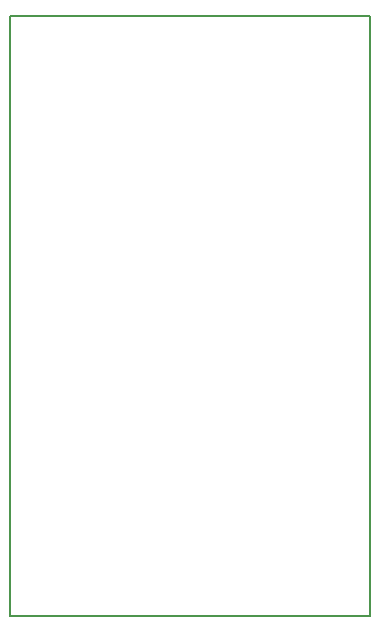
<source format=gko>
%FSLAX24Y24*%
%MOIN*%
G70*
G01*
G75*
G04 Layer_Color=16711935*
%ADD10R,0.0276X0.0354*%
%ADD11R,0.0315X0.0354*%
%ADD12R,0.0354X0.0276*%
%ADD13R,0.0170X0.0520*%
%ADD14R,0.0520X0.0170*%
%ADD15R,0.0217X0.0512*%
%ADD16R,0.0354X0.0315*%
%ADD17R,0.0236X0.0591*%
%ADD18R,0.0413X0.0476*%
%ADD19R,0.1575X0.0709*%
%ADD20C,0.0150*%
%ADD21C,0.0120*%
%ADD22C,0.0300*%
%ADD23C,0.1063*%
%ADD24C,0.0630*%
%ADD25C,0.0472*%
%ADD26C,0.0591*%
%ADD27R,0.0591X0.0591*%
%ADD28C,0.0661*%
%ADD29R,0.0591X0.0591*%
%ADD30C,0.0320*%
%ADD31C,0.0260*%
%ADD32C,0.0236*%
%ADD33C,0.0400*%
%ADD34R,0.0512X0.0217*%
%ADD35O,0.0866X0.0236*%
%ADD36O,0.0374X0.0138*%
%ADD37O,0.0138X0.0374*%
%ADD38R,0.0866X0.0866*%
%ADD39O,0.0236X0.0866*%
%ADD40R,0.0160X0.0255*%
%ADD41C,0.0160*%
%ADD42C,0.0100*%
%ADD43C,0.0098*%
%ADD44C,0.0079*%
%ADD45C,0.0060*%
%ADD46C,0.0050*%
%ADD47C,0.0080*%
%ADD48R,0.0336X0.0414*%
%ADD49R,0.0375X0.0414*%
%ADD50R,0.0414X0.0336*%
%ADD51R,0.0230X0.0580*%
%ADD52R,0.0580X0.0230*%
%ADD53R,0.0277X0.0572*%
%ADD54R,0.0414X0.0375*%
%ADD55R,0.0296X0.0651*%
%ADD56R,0.0473X0.0536*%
%ADD57R,0.1635X0.0769*%
%ADD58C,0.1123*%
%ADD59C,0.0690*%
%ADD60C,0.0532*%
%ADD61C,0.0651*%
%ADD62R,0.0651X0.0651*%
%ADD63C,0.0721*%
%ADD64R,0.0651X0.0651*%
%ADD65C,0.0060*%
%ADD66C,0.0120*%
%ADD67C,0.0200*%
%ADD68R,0.0572X0.0277*%
%ADD69O,0.0926X0.0296*%
%ADD70O,0.0434X0.0198*%
%ADD71O,0.0198X0.0434*%
%ADD72R,0.0926X0.0926*%
%ADD73O,0.0296X0.0926*%
%ADD74R,0.0220X0.0315*%
%ADD75C,0.0036*%
%ADD76C,0.0236*%
D44*
X0Y0D02*
X12000D01*
Y20000D01*
X0D02*
X12000D01*
X0Y0D02*
Y20000D01*
M02*

</source>
